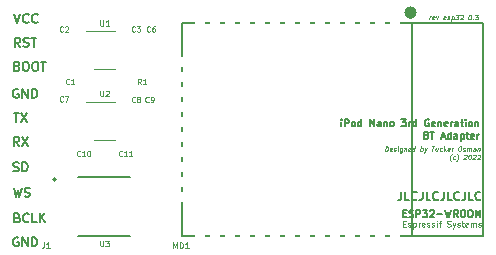
<source format=gbr>
%TF.GenerationSoftware,KiCad,Pcbnew,(5.1.9)-1*%
%TF.CreationDate,2022-04-05T10:11:24-05:00*%
%TF.ProjectId,iPod Bluetooth I2C Bridge,69506f64-2042-46c7-9565-746f6f746820,rev?*%
%TF.SameCoordinates,Original*%
%TF.FileFunction,Legend,Top*%
%TF.FilePolarity,Positive*%
%FSLAX46Y46*%
G04 Gerber Fmt 4.6, Leading zero omitted, Abs format (unit mm)*
G04 Created by KiCad (PCBNEW (5.1.9)-1) date 2022-04-05 10:11:24*
%MOMM*%
%LPD*%
G01*
G04 APERTURE LIST*
%ADD10C,0.190500*%
%ADD11C,0.100000*%
%ADD12C,0.150000*%
%ADD13C,0.500000*%
%ADD14C,0.120000*%
%ADD15C,0.127000*%
%ADD16C,0.200000*%
%ADD17C,0.125000*%
%ADD18C,0.114300*%
%ADD19O,0.900000X2.500000*%
%ADD20O,2.500000X0.900000*%
%ADD21R,6.000000X6.000000*%
%ADD22O,2.100000X1.400000*%
%ADD23R,0.400000X0.600000*%
%ADD24R,0.500000X0.600000*%
%ADD25R,0.600000X0.500000*%
%ADD26R,1.060000X0.650000*%
G04 APERTURE END LIST*
D10*
X36068000Y-30697714D02*
X36322000Y-31459714D01*
X36576000Y-30697714D01*
X37265428Y-31387142D02*
X37229142Y-31423428D01*
X37120285Y-31459714D01*
X37047714Y-31459714D01*
X36938857Y-31423428D01*
X36866285Y-31350857D01*
X36830000Y-31278285D01*
X36793714Y-31133142D01*
X36793714Y-31024285D01*
X36830000Y-30879142D01*
X36866285Y-30806571D01*
X36938857Y-30734000D01*
X37047714Y-30697714D01*
X37120285Y-30697714D01*
X37229142Y-30734000D01*
X37265428Y-30770285D01*
X38027428Y-31387142D02*
X37991142Y-31423428D01*
X37882285Y-31459714D01*
X37809714Y-31459714D01*
X37700857Y-31423428D01*
X37628285Y-31350857D01*
X37592000Y-31278285D01*
X37555714Y-31133142D01*
X37555714Y-31024285D01*
X37592000Y-30879142D01*
X37628285Y-30806571D01*
X37700857Y-30734000D01*
X37809714Y-30697714D01*
X37882285Y-30697714D01*
X37991142Y-30734000D01*
X38027428Y-30770285D01*
X36449000Y-41873714D02*
X36195000Y-41510857D01*
X36013571Y-41873714D02*
X36013571Y-41111714D01*
X36303857Y-41111714D01*
X36376428Y-41148000D01*
X36412714Y-41184285D01*
X36449000Y-41256857D01*
X36449000Y-41365714D01*
X36412714Y-41438285D01*
X36376428Y-41474571D01*
X36303857Y-41510857D01*
X36013571Y-41510857D01*
X36703000Y-41111714D02*
X37211000Y-41873714D01*
X37211000Y-41111714D02*
X36703000Y-41873714D01*
X36376428Y-49657000D02*
X36303857Y-49620714D01*
X36195000Y-49620714D01*
X36086142Y-49657000D01*
X36013571Y-49729571D01*
X35977285Y-49802142D01*
X35941000Y-49947285D01*
X35941000Y-50056142D01*
X35977285Y-50201285D01*
X36013571Y-50273857D01*
X36086142Y-50346428D01*
X36195000Y-50382714D01*
X36267571Y-50382714D01*
X36376428Y-50346428D01*
X36412714Y-50310142D01*
X36412714Y-50056142D01*
X36267571Y-50056142D01*
X36739285Y-50382714D02*
X36739285Y-49620714D01*
X37174714Y-50382714D01*
X37174714Y-49620714D01*
X37537571Y-50382714D02*
X37537571Y-49620714D01*
X37719000Y-49620714D01*
X37827857Y-49657000D01*
X37900428Y-49729571D01*
X37936714Y-49802142D01*
X37973000Y-49947285D01*
X37973000Y-50056142D01*
X37936714Y-50201285D01*
X37900428Y-50273857D01*
X37827857Y-50346428D01*
X37719000Y-50382714D01*
X37537571Y-50382714D01*
X36322000Y-47951571D02*
X36430857Y-47987857D01*
X36467142Y-48024142D01*
X36503428Y-48096714D01*
X36503428Y-48205571D01*
X36467142Y-48278142D01*
X36430857Y-48314428D01*
X36358285Y-48350714D01*
X36068000Y-48350714D01*
X36068000Y-47588714D01*
X36322000Y-47588714D01*
X36394571Y-47625000D01*
X36430857Y-47661285D01*
X36467142Y-47733857D01*
X36467142Y-47806428D01*
X36430857Y-47879000D01*
X36394571Y-47915285D01*
X36322000Y-47951571D01*
X36068000Y-47951571D01*
X37265428Y-48278142D02*
X37229142Y-48314428D01*
X37120285Y-48350714D01*
X37047714Y-48350714D01*
X36938857Y-48314428D01*
X36866285Y-48241857D01*
X36830000Y-48169285D01*
X36793714Y-48024142D01*
X36793714Y-47915285D01*
X36830000Y-47770142D01*
X36866285Y-47697571D01*
X36938857Y-47625000D01*
X37047714Y-47588714D01*
X37120285Y-47588714D01*
X37229142Y-47625000D01*
X37265428Y-47661285D01*
X37954857Y-48350714D02*
X37592000Y-48350714D01*
X37592000Y-47588714D01*
X38208857Y-48350714D02*
X38208857Y-47588714D01*
X38644285Y-48350714D02*
X38317714Y-47915285D01*
X38644285Y-47588714D02*
X38208857Y-48024142D01*
X35995428Y-39079714D02*
X36430857Y-39079714D01*
X36213142Y-39841714D02*
X36213142Y-39079714D01*
X36612285Y-39079714D02*
X37120285Y-39841714D01*
X37120285Y-39079714D02*
X36612285Y-39841714D01*
X35977285Y-43996428D02*
X36086142Y-44032714D01*
X36267571Y-44032714D01*
X36340142Y-43996428D01*
X36376428Y-43960142D01*
X36412714Y-43887571D01*
X36412714Y-43815000D01*
X36376428Y-43742428D01*
X36340142Y-43706142D01*
X36267571Y-43669857D01*
X36122428Y-43633571D01*
X36049857Y-43597285D01*
X36013571Y-43561000D01*
X35977285Y-43488428D01*
X35977285Y-43415857D01*
X36013571Y-43343285D01*
X36049857Y-43307000D01*
X36122428Y-43270714D01*
X36303857Y-43270714D01*
X36412714Y-43307000D01*
X36739285Y-44032714D02*
X36739285Y-43270714D01*
X36920714Y-43270714D01*
X37029571Y-43307000D01*
X37102142Y-43379571D01*
X37138428Y-43452142D01*
X37174714Y-43597285D01*
X37174714Y-43706142D01*
X37138428Y-43851285D01*
X37102142Y-43923857D01*
X37029571Y-43996428D01*
X36920714Y-44032714D01*
X36739285Y-44032714D01*
X36013571Y-45429714D02*
X36195000Y-46191714D01*
X36340142Y-45647428D01*
X36485285Y-46191714D01*
X36666714Y-45429714D01*
X36920714Y-46155428D02*
X37029571Y-46191714D01*
X37211000Y-46191714D01*
X37283571Y-46155428D01*
X37319857Y-46119142D01*
X37356142Y-46046571D01*
X37356142Y-45974000D01*
X37319857Y-45901428D01*
X37283571Y-45865142D01*
X37211000Y-45828857D01*
X37065857Y-45792571D01*
X36993285Y-45756285D01*
X36957000Y-45720000D01*
X36920714Y-45647428D01*
X36920714Y-45574857D01*
X36957000Y-45502285D01*
X36993285Y-45466000D01*
X37065857Y-45429714D01*
X37247285Y-45429714D01*
X37356142Y-45466000D01*
X36539714Y-33491714D02*
X36285714Y-33128857D01*
X36104285Y-33491714D02*
X36104285Y-32729714D01*
X36394571Y-32729714D01*
X36467142Y-32766000D01*
X36503428Y-32802285D01*
X36539714Y-32874857D01*
X36539714Y-32983714D01*
X36503428Y-33056285D01*
X36467142Y-33092571D01*
X36394571Y-33128857D01*
X36104285Y-33128857D01*
X36830000Y-33455428D02*
X36938857Y-33491714D01*
X37120285Y-33491714D01*
X37192857Y-33455428D01*
X37229142Y-33419142D01*
X37265428Y-33346571D01*
X37265428Y-33274000D01*
X37229142Y-33201428D01*
X37192857Y-33165142D01*
X37120285Y-33128857D01*
X36975142Y-33092571D01*
X36902571Y-33056285D01*
X36866285Y-33020000D01*
X36830000Y-32947428D01*
X36830000Y-32874857D01*
X36866285Y-32802285D01*
X36902571Y-32766000D01*
X36975142Y-32729714D01*
X37156571Y-32729714D01*
X37265428Y-32766000D01*
X37483142Y-32729714D02*
X37918571Y-32729714D01*
X37700857Y-33491714D02*
X37700857Y-32729714D01*
X36376428Y-37084000D02*
X36303857Y-37047714D01*
X36195000Y-37047714D01*
X36086142Y-37084000D01*
X36013571Y-37156571D01*
X35977285Y-37229142D01*
X35941000Y-37374285D01*
X35941000Y-37483142D01*
X35977285Y-37628285D01*
X36013571Y-37700857D01*
X36086142Y-37773428D01*
X36195000Y-37809714D01*
X36267571Y-37809714D01*
X36376428Y-37773428D01*
X36412714Y-37737142D01*
X36412714Y-37483142D01*
X36267571Y-37483142D01*
X36739285Y-37809714D02*
X36739285Y-37047714D01*
X37174714Y-37809714D01*
X37174714Y-37047714D01*
X37537571Y-37809714D02*
X37537571Y-37047714D01*
X37719000Y-37047714D01*
X37827857Y-37084000D01*
X37900428Y-37156571D01*
X37936714Y-37229142D01*
X37973000Y-37374285D01*
X37973000Y-37483142D01*
X37936714Y-37628285D01*
X37900428Y-37700857D01*
X37827857Y-37773428D01*
X37719000Y-37809714D01*
X37537571Y-37809714D01*
X36303857Y-35124571D02*
X36412714Y-35160857D01*
X36449000Y-35197142D01*
X36485285Y-35269714D01*
X36485285Y-35378571D01*
X36449000Y-35451142D01*
X36412714Y-35487428D01*
X36340142Y-35523714D01*
X36049857Y-35523714D01*
X36049857Y-34761714D01*
X36303857Y-34761714D01*
X36376428Y-34798000D01*
X36412714Y-34834285D01*
X36449000Y-34906857D01*
X36449000Y-34979428D01*
X36412714Y-35052000D01*
X36376428Y-35088285D01*
X36303857Y-35124571D01*
X36049857Y-35124571D01*
X36957000Y-34761714D02*
X37102142Y-34761714D01*
X37174714Y-34798000D01*
X37247285Y-34870571D01*
X37283571Y-35015714D01*
X37283571Y-35269714D01*
X37247285Y-35414857D01*
X37174714Y-35487428D01*
X37102142Y-35523714D01*
X36957000Y-35523714D01*
X36884428Y-35487428D01*
X36811857Y-35414857D01*
X36775571Y-35269714D01*
X36775571Y-35015714D01*
X36811857Y-34870571D01*
X36884428Y-34798000D01*
X36957000Y-34761714D01*
X37755285Y-34761714D02*
X37900428Y-34761714D01*
X37973000Y-34798000D01*
X38045571Y-34870571D01*
X38081857Y-35015714D01*
X38081857Y-35269714D01*
X38045571Y-35414857D01*
X37973000Y-35487428D01*
X37900428Y-35523714D01*
X37755285Y-35523714D01*
X37682714Y-35487428D01*
X37610142Y-35414857D01*
X37573857Y-35269714D01*
X37573857Y-35015714D01*
X37610142Y-34870571D01*
X37682714Y-34798000D01*
X37755285Y-34761714D01*
X38299571Y-34761714D02*
X38735000Y-34761714D01*
X38517285Y-35523714D02*
X38517285Y-34761714D01*
D11*
X67442292Y-42322152D02*
X67492292Y-41922152D01*
X67587530Y-41922152D01*
X67642292Y-41941200D01*
X67675626Y-41979295D01*
X67689911Y-42017390D01*
X67699435Y-42093580D01*
X67692292Y-42150723D01*
X67663721Y-42226914D01*
X67639911Y-42265009D01*
X67597054Y-42303104D01*
X67537530Y-42322152D01*
X67442292Y-42322152D01*
X67997054Y-42303104D02*
X67956578Y-42322152D01*
X67880388Y-42322152D01*
X67844673Y-42303104D01*
X67830388Y-42265009D01*
X67849435Y-42112628D01*
X67873245Y-42074533D01*
X67913721Y-42055485D01*
X67989911Y-42055485D01*
X68025626Y-42074533D01*
X68039911Y-42112628D01*
X68035150Y-42150723D01*
X67839911Y-42188819D01*
X68168483Y-42303104D02*
X68204197Y-42322152D01*
X68280388Y-42322152D01*
X68320864Y-42303104D01*
X68344673Y-42265009D01*
X68347054Y-42245961D01*
X68332769Y-42207866D01*
X68297054Y-42188819D01*
X68239911Y-42188819D01*
X68204197Y-42169771D01*
X68189911Y-42131676D01*
X68192292Y-42112628D01*
X68216102Y-42074533D01*
X68256578Y-42055485D01*
X68313721Y-42055485D01*
X68349435Y-42074533D01*
X68508959Y-42322152D02*
X68542292Y-42055485D01*
X68558959Y-41922152D02*
X68537530Y-41941200D01*
X68554197Y-41960247D01*
X68575626Y-41941200D01*
X68558959Y-41922152D01*
X68554197Y-41960247D01*
X68904197Y-42055485D02*
X68863721Y-42379295D01*
X68839911Y-42417390D01*
X68818483Y-42436438D01*
X68778007Y-42455485D01*
X68720864Y-42455485D01*
X68685150Y-42436438D01*
X68873245Y-42303104D02*
X68832769Y-42322152D01*
X68756578Y-42322152D01*
X68720864Y-42303104D01*
X68704197Y-42284057D01*
X68689911Y-42245961D01*
X68704197Y-42131676D01*
X68728007Y-42093580D01*
X68749435Y-42074533D01*
X68789911Y-42055485D01*
X68866102Y-42055485D01*
X68901816Y-42074533D01*
X69094673Y-42055485D02*
X69061340Y-42322152D01*
X69089911Y-42093580D02*
X69111340Y-42074533D01*
X69151816Y-42055485D01*
X69208959Y-42055485D01*
X69244673Y-42074533D01*
X69258959Y-42112628D01*
X69232769Y-42322152D01*
X69578007Y-42303104D02*
X69537530Y-42322152D01*
X69461340Y-42322152D01*
X69425626Y-42303104D01*
X69411340Y-42265009D01*
X69430388Y-42112628D01*
X69454197Y-42074533D01*
X69494673Y-42055485D01*
X69570864Y-42055485D01*
X69606578Y-42074533D01*
X69620864Y-42112628D01*
X69616102Y-42150723D01*
X69420864Y-42188819D01*
X69937530Y-42322152D02*
X69987530Y-41922152D01*
X69939911Y-42303104D02*
X69899435Y-42322152D01*
X69823245Y-42322152D01*
X69787530Y-42303104D01*
X69770864Y-42284057D01*
X69756578Y-42245961D01*
X69770864Y-42131676D01*
X69794673Y-42093580D01*
X69816102Y-42074533D01*
X69856578Y-42055485D01*
X69932769Y-42055485D01*
X69968483Y-42074533D01*
X70432769Y-42322152D02*
X70482769Y-41922152D01*
X70463721Y-42074533D02*
X70504197Y-42055485D01*
X70580388Y-42055485D01*
X70616102Y-42074533D01*
X70632769Y-42093580D01*
X70647054Y-42131676D01*
X70632769Y-42245961D01*
X70608959Y-42284057D01*
X70587530Y-42303104D01*
X70547054Y-42322152D01*
X70470864Y-42322152D01*
X70435150Y-42303104D01*
X70789911Y-42055485D02*
X70851816Y-42322152D01*
X70980388Y-42055485D02*
X70851816Y-42322152D01*
X70801816Y-42417390D01*
X70780388Y-42436438D01*
X70739911Y-42455485D01*
X71397054Y-41922152D02*
X71625626Y-41922152D01*
X71461340Y-42322152D02*
X71511340Y-41922152D01*
X71913721Y-42055485D02*
X71880388Y-42322152D01*
X71742292Y-42055485D02*
X71716102Y-42265009D01*
X71730388Y-42303104D01*
X71766102Y-42322152D01*
X71823245Y-42322152D01*
X71863721Y-42303104D01*
X71885150Y-42284057D01*
X72244673Y-42303104D02*
X72204197Y-42322152D01*
X72128007Y-42322152D01*
X72092292Y-42303104D01*
X72075626Y-42284057D01*
X72061340Y-42245961D01*
X72075626Y-42131676D01*
X72099435Y-42093580D01*
X72120864Y-42074533D01*
X72161340Y-42055485D01*
X72237530Y-42055485D01*
X72273245Y-42074533D01*
X72413721Y-42322152D02*
X72463721Y-41922152D01*
X72470864Y-42169771D02*
X72566102Y-42322152D01*
X72599435Y-42055485D02*
X72428007Y-42207866D01*
X72892292Y-42303104D02*
X72851816Y-42322152D01*
X72775626Y-42322152D01*
X72739911Y-42303104D01*
X72725626Y-42265009D01*
X72744673Y-42112628D01*
X72768483Y-42074533D01*
X72808959Y-42055485D01*
X72885150Y-42055485D01*
X72920864Y-42074533D01*
X72935150Y-42112628D01*
X72930388Y-42150723D01*
X72735150Y-42188819D01*
X73080388Y-42322152D02*
X73113721Y-42055485D01*
X73104197Y-42131676D02*
X73128007Y-42093580D01*
X73149435Y-42074533D01*
X73189911Y-42055485D01*
X73228007Y-42055485D01*
X73758959Y-41922152D02*
X73835150Y-41922152D01*
X73870864Y-41941200D01*
X73904197Y-41979295D01*
X73913721Y-42055485D01*
X73897054Y-42188819D01*
X73868483Y-42265009D01*
X73825626Y-42303104D01*
X73785150Y-42322152D01*
X73708959Y-42322152D01*
X73673245Y-42303104D01*
X73639911Y-42265009D01*
X73630388Y-42188819D01*
X73647054Y-42055485D01*
X73675626Y-41979295D01*
X73718483Y-41941200D01*
X73758959Y-41922152D01*
X74035150Y-42303104D02*
X74070864Y-42322152D01*
X74147054Y-42322152D01*
X74187530Y-42303104D01*
X74211340Y-42265009D01*
X74213721Y-42245961D01*
X74199435Y-42207866D01*
X74163721Y-42188819D01*
X74106578Y-42188819D01*
X74070864Y-42169771D01*
X74056578Y-42131676D01*
X74058959Y-42112628D01*
X74082769Y-42074533D01*
X74123245Y-42055485D01*
X74180388Y-42055485D01*
X74216102Y-42074533D01*
X74375626Y-42322152D02*
X74408959Y-42055485D01*
X74404197Y-42093580D02*
X74425626Y-42074533D01*
X74466102Y-42055485D01*
X74523245Y-42055485D01*
X74558959Y-42074533D01*
X74573245Y-42112628D01*
X74547054Y-42322152D01*
X74573245Y-42112628D02*
X74597054Y-42074533D01*
X74637530Y-42055485D01*
X74694673Y-42055485D01*
X74730388Y-42074533D01*
X74744673Y-42112628D01*
X74718483Y-42322152D01*
X75080388Y-42322152D02*
X75106578Y-42112628D01*
X75092292Y-42074533D01*
X75056578Y-42055485D01*
X74980388Y-42055485D01*
X74939911Y-42074533D01*
X75082769Y-42303104D02*
X75042292Y-42322152D01*
X74947054Y-42322152D01*
X74911340Y-42303104D01*
X74897054Y-42265009D01*
X74901816Y-42226914D01*
X74925626Y-42188819D01*
X74966102Y-42169771D01*
X75061340Y-42169771D01*
X75101816Y-42150723D01*
X75304197Y-42055485D02*
X75270864Y-42322152D01*
X75299435Y-42093580D02*
X75320864Y-42074533D01*
X75361340Y-42055485D01*
X75418483Y-42055485D01*
X75454197Y-42074533D01*
X75468483Y-42112628D01*
X75442292Y-42322152D01*
X73023245Y-43174533D02*
X73006578Y-43155485D01*
X72975626Y-43098342D01*
X72961340Y-43060247D01*
X72949435Y-43003104D01*
X72942292Y-42907866D01*
X72951816Y-42831676D01*
X72982769Y-42736438D01*
X73008959Y-42679295D01*
X73032769Y-42641200D01*
X73078007Y-42584057D01*
X73099435Y-42565009D01*
X73368483Y-43003104D02*
X73328007Y-43022152D01*
X73251816Y-43022152D01*
X73216102Y-43003104D01*
X73199435Y-42984057D01*
X73185150Y-42945961D01*
X73199435Y-42831676D01*
X73223245Y-42793580D01*
X73244673Y-42774533D01*
X73285150Y-42755485D01*
X73361340Y-42755485D01*
X73397054Y-42774533D01*
X73480388Y-43174533D02*
X73501816Y-43155485D01*
X73547054Y-43098342D01*
X73570864Y-43060247D01*
X73597054Y-43003104D01*
X73628007Y-42907866D01*
X73637530Y-42831676D01*
X73630388Y-42736438D01*
X73618483Y-42679295D01*
X73604197Y-42641200D01*
X73573245Y-42584057D01*
X73556578Y-42565009D01*
X74135150Y-42660247D02*
X74156578Y-42641200D01*
X74197054Y-42622152D01*
X74292292Y-42622152D01*
X74328007Y-42641200D01*
X74344673Y-42660247D01*
X74358959Y-42698342D01*
X74354197Y-42736438D01*
X74328007Y-42793580D01*
X74070864Y-43022152D01*
X74318483Y-43022152D01*
X74616102Y-42622152D02*
X74654197Y-42622152D01*
X74689911Y-42641200D01*
X74706578Y-42660247D01*
X74720864Y-42698342D01*
X74730388Y-42774533D01*
X74718483Y-42869771D01*
X74689911Y-42945961D01*
X74666102Y-42984057D01*
X74644673Y-43003104D01*
X74604197Y-43022152D01*
X74566102Y-43022152D01*
X74530388Y-43003104D01*
X74513721Y-42984057D01*
X74499435Y-42945961D01*
X74489911Y-42869771D01*
X74501816Y-42774533D01*
X74530388Y-42698342D01*
X74554197Y-42660247D01*
X74575626Y-42641200D01*
X74616102Y-42622152D01*
X74897054Y-42660247D02*
X74918483Y-42641200D01*
X74958959Y-42622152D01*
X75054197Y-42622152D01*
X75089911Y-42641200D01*
X75106578Y-42660247D01*
X75120864Y-42698342D01*
X75116102Y-42736438D01*
X75089911Y-42793580D01*
X74832769Y-43022152D01*
X75080388Y-43022152D01*
X75278007Y-42660247D02*
X75299435Y-42641200D01*
X75339911Y-42622152D01*
X75435150Y-42622152D01*
X75470864Y-42641200D01*
X75487530Y-42660247D01*
X75501816Y-42698342D01*
X75497054Y-42736438D01*
X75470864Y-42793580D01*
X75213721Y-43022152D01*
X75461340Y-43022152D01*
X71193750Y-31180952D02*
X71227083Y-30914285D01*
X71217559Y-30990476D02*
X71241369Y-30952380D01*
X71262797Y-30933333D01*
X71303273Y-30914285D01*
X71341369Y-30914285D01*
X71596130Y-31161904D02*
X71555654Y-31180952D01*
X71479464Y-31180952D01*
X71443750Y-31161904D01*
X71429464Y-31123809D01*
X71448511Y-30971428D01*
X71472321Y-30933333D01*
X71512797Y-30914285D01*
X71588988Y-30914285D01*
X71624702Y-30933333D01*
X71638988Y-30971428D01*
X71634226Y-31009523D01*
X71438988Y-31047619D01*
X71779464Y-30914285D02*
X71841369Y-31180952D01*
X71969940Y-30914285D01*
X72548511Y-31161904D02*
X72508035Y-31180952D01*
X72431845Y-31180952D01*
X72396130Y-31161904D01*
X72381845Y-31123809D01*
X72400892Y-30971428D01*
X72424702Y-30933333D01*
X72465178Y-30914285D01*
X72541369Y-30914285D01*
X72577083Y-30933333D01*
X72591369Y-30971428D01*
X72586607Y-31009523D01*
X72391369Y-31047619D01*
X72719940Y-31161904D02*
X72755654Y-31180952D01*
X72831845Y-31180952D01*
X72872321Y-31161904D01*
X72896130Y-31123809D01*
X72898511Y-31104761D01*
X72884226Y-31066666D01*
X72848511Y-31047619D01*
X72791369Y-31047619D01*
X72755654Y-31028571D01*
X72741369Y-30990476D01*
X72743750Y-30971428D01*
X72767559Y-30933333D01*
X72808035Y-30914285D01*
X72865178Y-30914285D01*
X72900892Y-30933333D01*
X73093750Y-30914285D02*
X73043750Y-31314285D01*
X73091369Y-30933333D02*
X73131845Y-30914285D01*
X73208035Y-30914285D01*
X73243750Y-30933333D01*
X73260416Y-30952380D01*
X73274702Y-30990476D01*
X73260416Y-31104761D01*
X73236607Y-31142857D01*
X73215178Y-31161904D01*
X73174702Y-31180952D01*
X73098511Y-31180952D01*
X73062797Y-31161904D01*
X73434226Y-30780952D02*
X73681845Y-30780952D01*
X73529464Y-30933333D01*
X73586607Y-30933333D01*
X73622321Y-30952380D01*
X73638988Y-30971428D01*
X73653273Y-31009523D01*
X73641369Y-31104761D01*
X73617559Y-31142857D01*
X73596130Y-31161904D01*
X73555654Y-31180952D01*
X73441369Y-31180952D01*
X73405654Y-31161904D01*
X73388988Y-31142857D01*
X73829464Y-30819047D02*
X73850892Y-30800000D01*
X73891369Y-30780952D01*
X73986607Y-30780952D01*
X74022321Y-30800000D01*
X74038988Y-30819047D01*
X74053273Y-30857142D01*
X74048511Y-30895238D01*
X74022321Y-30952380D01*
X73765178Y-31180952D01*
X74012797Y-31180952D01*
X74615178Y-30780952D02*
X74653273Y-30780952D01*
X74688988Y-30800000D01*
X74705654Y-30819047D01*
X74719940Y-30857142D01*
X74729464Y-30933333D01*
X74717559Y-31028571D01*
X74688988Y-31104761D01*
X74665178Y-31142857D01*
X74643750Y-31161904D01*
X74603273Y-31180952D01*
X74565178Y-31180952D01*
X74529464Y-31161904D01*
X74512797Y-31142857D01*
X74498511Y-31104761D01*
X74488988Y-31028571D01*
X74500892Y-30933333D01*
X74529464Y-30857142D01*
X74553273Y-30819047D01*
X74574702Y-30800000D01*
X74615178Y-30780952D01*
X74874702Y-31142857D02*
X74891369Y-31161904D01*
X74869940Y-31180952D01*
X74853273Y-31161904D01*
X74874702Y-31142857D01*
X74869940Y-31180952D01*
X75072321Y-30780952D02*
X75319940Y-30780952D01*
X75167559Y-30933333D01*
X75224702Y-30933333D01*
X75260416Y-30952380D01*
X75277083Y-30971428D01*
X75291369Y-31009523D01*
X75279464Y-31104761D01*
X75255654Y-31142857D01*
X75234226Y-31161904D01*
X75193750Y-31180952D01*
X75079464Y-31180952D01*
X75043750Y-31161904D01*
X75027083Y-31142857D01*
D12*
X68825566Y-45759666D02*
X68825566Y-46259666D01*
X68792233Y-46359666D01*
X68725566Y-46426333D01*
X68625566Y-46459666D01*
X68558900Y-46459666D01*
X69492233Y-46459666D02*
X69158900Y-46459666D01*
X69158900Y-45759666D01*
X70125566Y-46393000D02*
X70092233Y-46426333D01*
X69992233Y-46459666D01*
X69925566Y-46459666D01*
X69825566Y-46426333D01*
X69758900Y-46359666D01*
X69725566Y-46293000D01*
X69692233Y-46159666D01*
X69692233Y-46059666D01*
X69725566Y-45926333D01*
X69758900Y-45859666D01*
X69825566Y-45793000D01*
X69925566Y-45759666D01*
X69992233Y-45759666D01*
X70092233Y-45793000D01*
X70125566Y-45826333D01*
X70625566Y-45759666D02*
X70625566Y-46259666D01*
X70592233Y-46359666D01*
X70525566Y-46426333D01*
X70425566Y-46459666D01*
X70358900Y-46459666D01*
X71292233Y-46459666D02*
X70958900Y-46459666D01*
X70958900Y-45759666D01*
X71925566Y-46393000D02*
X71892233Y-46426333D01*
X71792233Y-46459666D01*
X71725566Y-46459666D01*
X71625566Y-46426333D01*
X71558900Y-46359666D01*
X71525566Y-46293000D01*
X71492233Y-46159666D01*
X71492233Y-46059666D01*
X71525566Y-45926333D01*
X71558900Y-45859666D01*
X71625566Y-45793000D01*
X71725566Y-45759666D01*
X71792233Y-45759666D01*
X71892233Y-45793000D01*
X71925566Y-45826333D01*
X72425566Y-45759666D02*
X72425566Y-46259666D01*
X72392233Y-46359666D01*
X72325566Y-46426333D01*
X72225566Y-46459666D01*
X72158900Y-46459666D01*
X73092233Y-46459666D02*
X72758900Y-46459666D01*
X72758900Y-45759666D01*
X73725566Y-46393000D02*
X73692233Y-46426333D01*
X73592233Y-46459666D01*
X73525566Y-46459666D01*
X73425566Y-46426333D01*
X73358900Y-46359666D01*
X73325566Y-46293000D01*
X73292233Y-46159666D01*
X73292233Y-46059666D01*
X73325566Y-45926333D01*
X73358900Y-45859666D01*
X73425566Y-45793000D01*
X73525566Y-45759666D01*
X73592233Y-45759666D01*
X73692233Y-45793000D01*
X73725566Y-45826333D01*
X74225566Y-45759666D02*
X74225566Y-46259666D01*
X74192233Y-46359666D01*
X74125566Y-46426333D01*
X74025566Y-46459666D01*
X73958900Y-46459666D01*
X74892233Y-46459666D02*
X74558900Y-46459666D01*
X74558900Y-45759666D01*
X75525566Y-46393000D02*
X75492233Y-46426333D01*
X75392233Y-46459666D01*
X75325566Y-46459666D01*
X75225566Y-46426333D01*
X75158900Y-46359666D01*
X75125566Y-46293000D01*
X75092233Y-46159666D01*
X75092233Y-46059666D01*
X75125566Y-45926333D01*
X75158900Y-45859666D01*
X75225566Y-45793000D01*
X75325566Y-45759666D01*
X75392233Y-45759666D01*
X75492233Y-45793000D01*
X75525566Y-45826333D01*
X63751042Y-40237628D02*
X63751042Y-39837628D01*
X63751042Y-39637628D02*
X63722471Y-39666200D01*
X63751042Y-39694771D01*
X63779614Y-39666200D01*
X63751042Y-39637628D01*
X63751042Y-39694771D01*
X64036757Y-40237628D02*
X64036757Y-39637628D01*
X64265328Y-39637628D01*
X64322471Y-39666200D01*
X64351042Y-39694771D01*
X64379614Y-39751914D01*
X64379614Y-39837628D01*
X64351042Y-39894771D01*
X64322471Y-39923342D01*
X64265328Y-39951914D01*
X64036757Y-39951914D01*
X64722471Y-40237628D02*
X64665328Y-40209057D01*
X64636757Y-40180485D01*
X64608185Y-40123342D01*
X64608185Y-39951914D01*
X64636757Y-39894771D01*
X64665328Y-39866200D01*
X64722471Y-39837628D01*
X64808185Y-39837628D01*
X64865328Y-39866200D01*
X64893899Y-39894771D01*
X64922471Y-39951914D01*
X64922471Y-40123342D01*
X64893899Y-40180485D01*
X64865328Y-40209057D01*
X64808185Y-40237628D01*
X64722471Y-40237628D01*
X65436757Y-40237628D02*
X65436757Y-39637628D01*
X65436757Y-40209057D02*
X65379614Y-40237628D01*
X65265328Y-40237628D01*
X65208185Y-40209057D01*
X65179614Y-40180485D01*
X65151042Y-40123342D01*
X65151042Y-39951914D01*
X65179614Y-39894771D01*
X65208185Y-39866200D01*
X65265328Y-39837628D01*
X65379614Y-39837628D01*
X65436757Y-39866200D01*
X66179614Y-40237628D02*
X66179614Y-39637628D01*
X66522471Y-40237628D01*
X66522471Y-39637628D01*
X67065328Y-40237628D02*
X67065328Y-39923342D01*
X67036757Y-39866200D01*
X66979614Y-39837628D01*
X66865328Y-39837628D01*
X66808185Y-39866200D01*
X67065328Y-40209057D02*
X67008185Y-40237628D01*
X66865328Y-40237628D01*
X66808185Y-40209057D01*
X66779614Y-40151914D01*
X66779614Y-40094771D01*
X66808185Y-40037628D01*
X66865328Y-40009057D01*
X67008185Y-40009057D01*
X67065328Y-39980485D01*
X67351042Y-39837628D02*
X67351042Y-40237628D01*
X67351042Y-39894771D02*
X67379614Y-39866200D01*
X67436757Y-39837628D01*
X67522471Y-39837628D01*
X67579614Y-39866200D01*
X67608185Y-39923342D01*
X67608185Y-40237628D01*
X67979614Y-40237628D02*
X67922471Y-40209057D01*
X67893900Y-40180485D01*
X67865328Y-40123342D01*
X67865328Y-39951914D01*
X67893900Y-39894771D01*
X67922471Y-39866200D01*
X67979614Y-39837628D01*
X68065328Y-39837628D01*
X68122471Y-39866200D01*
X68151042Y-39894771D01*
X68179614Y-39951914D01*
X68179614Y-40123342D01*
X68151042Y-40180485D01*
X68122471Y-40209057D01*
X68065328Y-40237628D01*
X67979614Y-40237628D01*
X68836757Y-39637628D02*
X69208185Y-39637628D01*
X69008185Y-39866200D01*
X69093900Y-39866200D01*
X69151042Y-39894771D01*
X69179614Y-39923342D01*
X69208185Y-39980485D01*
X69208185Y-40123342D01*
X69179614Y-40180485D01*
X69151042Y-40209057D01*
X69093900Y-40237628D01*
X68922471Y-40237628D01*
X68865328Y-40209057D01*
X68836757Y-40180485D01*
X69465328Y-40237628D02*
X69465328Y-39837628D01*
X69465328Y-39951914D02*
X69493900Y-39894771D01*
X69522471Y-39866200D01*
X69579614Y-39837628D01*
X69636757Y-39837628D01*
X70093900Y-40237628D02*
X70093900Y-39637628D01*
X70093900Y-40209057D02*
X70036757Y-40237628D01*
X69922471Y-40237628D01*
X69865328Y-40209057D01*
X69836757Y-40180485D01*
X69808185Y-40123342D01*
X69808185Y-39951914D01*
X69836757Y-39894771D01*
X69865328Y-39866200D01*
X69922471Y-39837628D01*
X70036757Y-39837628D01*
X70093900Y-39866200D01*
X71151042Y-39666200D02*
X71093900Y-39637628D01*
X71008185Y-39637628D01*
X70922471Y-39666200D01*
X70865328Y-39723342D01*
X70836757Y-39780485D01*
X70808185Y-39894771D01*
X70808185Y-39980485D01*
X70836757Y-40094771D01*
X70865328Y-40151914D01*
X70922471Y-40209057D01*
X71008185Y-40237628D01*
X71065328Y-40237628D01*
X71151042Y-40209057D01*
X71179614Y-40180485D01*
X71179614Y-39980485D01*
X71065328Y-39980485D01*
X71665328Y-40209057D02*
X71608185Y-40237628D01*
X71493900Y-40237628D01*
X71436757Y-40209057D01*
X71408185Y-40151914D01*
X71408185Y-39923342D01*
X71436757Y-39866200D01*
X71493900Y-39837628D01*
X71608185Y-39837628D01*
X71665328Y-39866200D01*
X71693900Y-39923342D01*
X71693900Y-39980485D01*
X71408185Y-40037628D01*
X71951042Y-39837628D02*
X71951042Y-40237628D01*
X71951042Y-39894771D02*
X71979614Y-39866200D01*
X72036757Y-39837628D01*
X72122471Y-39837628D01*
X72179614Y-39866200D01*
X72208185Y-39923342D01*
X72208185Y-40237628D01*
X72722471Y-40209057D02*
X72665328Y-40237628D01*
X72551042Y-40237628D01*
X72493900Y-40209057D01*
X72465328Y-40151914D01*
X72465328Y-39923342D01*
X72493900Y-39866200D01*
X72551042Y-39837628D01*
X72665328Y-39837628D01*
X72722471Y-39866200D01*
X72751042Y-39923342D01*
X72751042Y-39980485D01*
X72465328Y-40037628D01*
X73008185Y-40237628D02*
X73008185Y-39837628D01*
X73008185Y-39951914D02*
X73036757Y-39894771D01*
X73065328Y-39866200D01*
X73122471Y-39837628D01*
X73179614Y-39837628D01*
X73636757Y-40237628D02*
X73636757Y-39923342D01*
X73608185Y-39866200D01*
X73551042Y-39837628D01*
X73436757Y-39837628D01*
X73379614Y-39866200D01*
X73636757Y-40209057D02*
X73579614Y-40237628D01*
X73436757Y-40237628D01*
X73379614Y-40209057D01*
X73351042Y-40151914D01*
X73351042Y-40094771D01*
X73379614Y-40037628D01*
X73436757Y-40009057D01*
X73579614Y-40009057D01*
X73636757Y-39980485D01*
X73836757Y-39837628D02*
X74065328Y-39837628D01*
X73922471Y-39637628D02*
X73922471Y-40151914D01*
X73951042Y-40209057D01*
X74008185Y-40237628D01*
X74065328Y-40237628D01*
X74265328Y-40237628D02*
X74265328Y-39837628D01*
X74265328Y-39637628D02*
X74236757Y-39666200D01*
X74265328Y-39694771D01*
X74293900Y-39666200D01*
X74265328Y-39637628D01*
X74265328Y-39694771D01*
X74636757Y-40237628D02*
X74579614Y-40209057D01*
X74551042Y-40180485D01*
X74522471Y-40123342D01*
X74522471Y-39951914D01*
X74551042Y-39894771D01*
X74579614Y-39866200D01*
X74636757Y-39837628D01*
X74722471Y-39837628D01*
X74779614Y-39866200D01*
X74808185Y-39894771D01*
X74836757Y-39951914D01*
X74836757Y-40123342D01*
X74808185Y-40180485D01*
X74779614Y-40209057D01*
X74722471Y-40237628D01*
X74636757Y-40237628D01*
X75093900Y-39837628D02*
X75093900Y-40237628D01*
X75093900Y-39894771D02*
X75122471Y-39866200D01*
X75179614Y-39837628D01*
X75265328Y-39837628D01*
X75322471Y-39866200D01*
X75351042Y-39923342D01*
X75351042Y-40237628D01*
X70951042Y-40973342D02*
X71036757Y-41001914D01*
X71065328Y-41030485D01*
X71093900Y-41087628D01*
X71093900Y-41173342D01*
X71065328Y-41230485D01*
X71036757Y-41259057D01*
X70979614Y-41287628D01*
X70751042Y-41287628D01*
X70751042Y-40687628D01*
X70951042Y-40687628D01*
X71008185Y-40716200D01*
X71036757Y-40744771D01*
X71065328Y-40801914D01*
X71065328Y-40859057D01*
X71036757Y-40916200D01*
X71008185Y-40944771D01*
X70951042Y-40973342D01*
X70751042Y-40973342D01*
X71265328Y-40687628D02*
X71608185Y-40687628D01*
X71436757Y-41287628D02*
X71436757Y-40687628D01*
X72236757Y-41116200D02*
X72522471Y-41116200D01*
X72179614Y-41287628D02*
X72379614Y-40687628D01*
X72579614Y-41287628D01*
X73036757Y-41287628D02*
X73036757Y-40687628D01*
X73036757Y-41259057D02*
X72979614Y-41287628D01*
X72865328Y-41287628D01*
X72808185Y-41259057D01*
X72779614Y-41230485D01*
X72751042Y-41173342D01*
X72751042Y-41001914D01*
X72779614Y-40944771D01*
X72808185Y-40916200D01*
X72865328Y-40887628D01*
X72979614Y-40887628D01*
X73036757Y-40916200D01*
X73579614Y-41287628D02*
X73579614Y-40973342D01*
X73551042Y-40916200D01*
X73493900Y-40887628D01*
X73379614Y-40887628D01*
X73322471Y-40916200D01*
X73579614Y-41259057D02*
X73522471Y-41287628D01*
X73379614Y-41287628D01*
X73322471Y-41259057D01*
X73293900Y-41201914D01*
X73293900Y-41144771D01*
X73322471Y-41087628D01*
X73379614Y-41059057D01*
X73522471Y-41059057D01*
X73579614Y-41030485D01*
X73865328Y-40887628D02*
X73865328Y-41487628D01*
X73865328Y-40916200D02*
X73922471Y-40887628D01*
X74036757Y-40887628D01*
X74093900Y-40916200D01*
X74122471Y-40944771D01*
X74151042Y-41001914D01*
X74151042Y-41173342D01*
X74122471Y-41230485D01*
X74093900Y-41259057D01*
X74036757Y-41287628D01*
X73922471Y-41287628D01*
X73865328Y-41259057D01*
X74322471Y-40887628D02*
X74551042Y-40887628D01*
X74408185Y-40687628D02*
X74408185Y-41201914D01*
X74436757Y-41259057D01*
X74493900Y-41287628D01*
X74551042Y-41287628D01*
X74979614Y-41259057D02*
X74922471Y-41287628D01*
X74808185Y-41287628D01*
X74751042Y-41259057D01*
X74722471Y-41201914D01*
X74722471Y-40973342D01*
X74751042Y-40916200D01*
X74808185Y-40887628D01*
X74922471Y-40887628D01*
X74979614Y-40916200D01*
X75008185Y-40973342D01*
X75008185Y-41030485D01*
X74722471Y-41087628D01*
X75265328Y-41287628D02*
X75265328Y-40887628D01*
X75265328Y-41001914D02*
X75293900Y-40944771D01*
X75322471Y-40916200D01*
X75379614Y-40887628D01*
X75436757Y-40887628D01*
%TO.C,MD1*%
X75750000Y-49500000D02*
X75750000Y-31500000D01*
X50250000Y-49500000D02*
X50250000Y-31500000D01*
X75750000Y-49500000D02*
X50250000Y-49500000D01*
X75750000Y-31500000D02*
X50250000Y-31500000D01*
X69750000Y-49500000D02*
X69750000Y-31500000D01*
D13*
X69887981Y-30594000D02*
G75*
G03*
X69887981Y-30594000I-283981J0D01*
G01*
D14*
%TO.C,U1*%
X44588000Y-32172000D02*
X42138000Y-32172000D01*
X42788000Y-35392000D02*
X44588000Y-35392000D01*
%TO.C,U2*%
X42788000Y-41361000D02*
X44588000Y-41361000D01*
X44588000Y-38141000D02*
X42138000Y-38141000D01*
D15*
%TO.C,U3*%
X41488000Y-49490000D02*
X45888000Y-49490000D01*
X41488000Y-44490000D02*
X45888000Y-44490000D01*
D16*
X39548000Y-44730000D02*
G75*
G03*
X39548000Y-44730000I-100000J0D01*
G01*
%TO.C,MD1*%
D17*
X49484838Y-50543590D02*
X49484838Y-50043590D01*
X49651504Y-50400733D01*
X49818171Y-50043590D01*
X49818171Y-50543590D01*
X50056266Y-50543590D02*
X50056266Y-50043590D01*
X50175314Y-50043590D01*
X50246742Y-50067400D01*
X50294361Y-50115019D01*
X50318171Y-50162638D01*
X50341980Y-50257876D01*
X50341980Y-50329304D01*
X50318171Y-50424542D01*
X50294361Y-50472161D01*
X50246742Y-50519780D01*
X50175314Y-50543590D01*
X50056266Y-50543590D01*
X50818171Y-50543590D02*
X50532457Y-50543590D01*
X50675314Y-50543590D02*
X50675314Y-50043590D01*
X50627695Y-50115019D01*
X50580076Y-50162638D01*
X50532457Y-50186447D01*
X68970685Y-48465285D02*
X69137352Y-48465285D01*
X69208780Y-48727190D02*
X68970685Y-48727190D01*
X68970685Y-48227190D01*
X69208780Y-48227190D01*
X69399257Y-48703380D02*
X69446876Y-48727190D01*
X69542114Y-48727190D01*
X69589733Y-48703380D01*
X69613542Y-48655761D01*
X69613542Y-48631952D01*
X69589733Y-48584333D01*
X69542114Y-48560523D01*
X69470685Y-48560523D01*
X69423066Y-48536714D01*
X69399257Y-48489095D01*
X69399257Y-48465285D01*
X69423066Y-48417666D01*
X69470685Y-48393857D01*
X69542114Y-48393857D01*
X69589733Y-48417666D01*
X69827828Y-48393857D02*
X69827828Y-48893857D01*
X69827828Y-48417666D02*
X69875447Y-48393857D01*
X69970685Y-48393857D01*
X70018304Y-48417666D01*
X70042114Y-48441476D01*
X70065923Y-48489095D01*
X70065923Y-48631952D01*
X70042114Y-48679571D01*
X70018304Y-48703380D01*
X69970685Y-48727190D01*
X69875447Y-48727190D01*
X69827828Y-48703380D01*
X70280209Y-48727190D02*
X70280209Y-48393857D01*
X70280209Y-48489095D02*
X70304019Y-48441476D01*
X70327828Y-48417666D01*
X70375447Y-48393857D01*
X70423066Y-48393857D01*
X70780209Y-48703380D02*
X70732590Y-48727190D01*
X70637352Y-48727190D01*
X70589733Y-48703380D01*
X70565923Y-48655761D01*
X70565923Y-48465285D01*
X70589733Y-48417666D01*
X70637352Y-48393857D01*
X70732590Y-48393857D01*
X70780209Y-48417666D01*
X70804019Y-48465285D01*
X70804019Y-48512904D01*
X70565923Y-48560523D01*
X70994495Y-48703380D02*
X71042114Y-48727190D01*
X71137352Y-48727190D01*
X71184971Y-48703380D01*
X71208780Y-48655761D01*
X71208780Y-48631952D01*
X71184971Y-48584333D01*
X71137352Y-48560523D01*
X71065923Y-48560523D01*
X71018304Y-48536714D01*
X70994495Y-48489095D01*
X70994495Y-48465285D01*
X71018304Y-48417666D01*
X71065923Y-48393857D01*
X71137352Y-48393857D01*
X71184971Y-48417666D01*
X71399257Y-48703380D02*
X71446876Y-48727190D01*
X71542114Y-48727190D01*
X71589733Y-48703380D01*
X71613542Y-48655761D01*
X71613542Y-48631952D01*
X71589733Y-48584333D01*
X71542114Y-48560523D01*
X71470685Y-48560523D01*
X71423066Y-48536714D01*
X71399257Y-48489095D01*
X71399257Y-48465285D01*
X71423066Y-48417666D01*
X71470685Y-48393857D01*
X71542114Y-48393857D01*
X71589733Y-48417666D01*
X71827828Y-48727190D02*
X71827828Y-48393857D01*
X71827828Y-48227190D02*
X71804019Y-48251000D01*
X71827828Y-48274809D01*
X71851638Y-48251000D01*
X71827828Y-48227190D01*
X71827828Y-48274809D01*
X71994495Y-48393857D02*
X72184971Y-48393857D01*
X72065923Y-48727190D02*
X72065923Y-48298619D01*
X72089733Y-48251000D01*
X72137352Y-48227190D01*
X72184971Y-48227190D01*
X72708780Y-48703380D02*
X72780209Y-48727190D01*
X72899257Y-48727190D01*
X72946876Y-48703380D01*
X72970685Y-48679571D01*
X72994495Y-48631952D01*
X72994495Y-48584333D01*
X72970685Y-48536714D01*
X72946876Y-48512904D01*
X72899257Y-48489095D01*
X72804019Y-48465285D01*
X72756400Y-48441476D01*
X72732590Y-48417666D01*
X72708780Y-48370047D01*
X72708780Y-48322428D01*
X72732590Y-48274809D01*
X72756400Y-48251000D01*
X72804019Y-48227190D01*
X72923066Y-48227190D01*
X72994495Y-48251000D01*
X73161161Y-48393857D02*
X73280209Y-48727190D01*
X73399257Y-48393857D02*
X73280209Y-48727190D01*
X73232590Y-48846238D01*
X73208780Y-48870047D01*
X73161161Y-48893857D01*
X73565923Y-48703380D02*
X73613542Y-48727190D01*
X73708780Y-48727190D01*
X73756400Y-48703380D01*
X73780209Y-48655761D01*
X73780209Y-48631952D01*
X73756400Y-48584333D01*
X73708780Y-48560523D01*
X73637352Y-48560523D01*
X73589733Y-48536714D01*
X73565923Y-48489095D01*
X73565923Y-48465285D01*
X73589733Y-48417666D01*
X73637352Y-48393857D01*
X73708780Y-48393857D01*
X73756400Y-48417666D01*
X73923066Y-48393857D02*
X74113542Y-48393857D01*
X73994495Y-48227190D02*
X73994495Y-48655761D01*
X74018304Y-48703380D01*
X74065923Y-48727190D01*
X74113542Y-48727190D01*
X74470685Y-48703380D02*
X74423066Y-48727190D01*
X74327828Y-48727190D01*
X74280209Y-48703380D01*
X74256400Y-48655761D01*
X74256400Y-48465285D01*
X74280209Y-48417666D01*
X74327828Y-48393857D01*
X74423066Y-48393857D01*
X74470685Y-48417666D01*
X74494495Y-48465285D01*
X74494495Y-48512904D01*
X74256400Y-48560523D01*
X74708780Y-48727190D02*
X74708780Y-48393857D01*
X74708780Y-48441476D02*
X74732590Y-48417666D01*
X74780209Y-48393857D01*
X74851638Y-48393857D01*
X74899257Y-48417666D01*
X74923066Y-48465285D01*
X74923066Y-48727190D01*
X74923066Y-48465285D02*
X74946876Y-48417666D01*
X74994495Y-48393857D01*
X75065923Y-48393857D01*
X75113542Y-48417666D01*
X75137352Y-48465285D01*
X75137352Y-48727190D01*
X75351638Y-48703380D02*
X75399257Y-48727190D01*
X75494495Y-48727190D01*
X75542114Y-48703380D01*
X75565923Y-48655761D01*
X75565923Y-48631952D01*
X75542114Y-48584333D01*
X75494495Y-48560523D01*
X75423066Y-48560523D01*
X75375447Y-48536714D01*
X75351638Y-48489095D01*
X75351638Y-48465285D01*
X75375447Y-48417666D01*
X75423066Y-48393857D01*
X75494495Y-48393857D01*
X75542114Y-48417666D01*
D12*
X68984971Y-47600142D02*
X69184971Y-47600142D01*
X69270685Y-47914428D02*
X68984971Y-47914428D01*
X68984971Y-47314428D01*
X69270685Y-47314428D01*
X69499257Y-47885857D02*
X69584971Y-47914428D01*
X69727828Y-47914428D01*
X69784971Y-47885857D01*
X69813542Y-47857285D01*
X69842114Y-47800142D01*
X69842114Y-47743000D01*
X69813542Y-47685857D01*
X69784971Y-47657285D01*
X69727828Y-47628714D01*
X69613542Y-47600142D01*
X69556400Y-47571571D01*
X69527828Y-47543000D01*
X69499257Y-47485857D01*
X69499257Y-47428714D01*
X69527828Y-47371571D01*
X69556400Y-47343000D01*
X69613542Y-47314428D01*
X69756400Y-47314428D01*
X69842114Y-47343000D01*
X70099257Y-47914428D02*
X70099257Y-47314428D01*
X70327828Y-47314428D01*
X70384971Y-47343000D01*
X70413542Y-47371571D01*
X70442114Y-47428714D01*
X70442114Y-47514428D01*
X70413542Y-47571571D01*
X70384971Y-47600142D01*
X70327828Y-47628714D01*
X70099257Y-47628714D01*
X70642114Y-47314428D02*
X71013542Y-47314428D01*
X70813542Y-47543000D01*
X70899257Y-47543000D01*
X70956400Y-47571571D01*
X70984971Y-47600142D01*
X71013542Y-47657285D01*
X71013542Y-47800142D01*
X70984971Y-47857285D01*
X70956400Y-47885857D01*
X70899257Y-47914428D01*
X70727828Y-47914428D01*
X70670685Y-47885857D01*
X70642114Y-47857285D01*
X71242114Y-47371571D02*
X71270685Y-47343000D01*
X71327828Y-47314428D01*
X71470685Y-47314428D01*
X71527828Y-47343000D01*
X71556400Y-47371571D01*
X71584971Y-47428714D01*
X71584971Y-47485857D01*
X71556400Y-47571571D01*
X71213542Y-47914428D01*
X71584971Y-47914428D01*
X71842114Y-47685857D02*
X72299257Y-47685857D01*
X72527828Y-47314428D02*
X72670685Y-47914428D01*
X72784971Y-47485857D01*
X72899257Y-47914428D01*
X73042114Y-47314428D01*
X73613542Y-47914428D02*
X73413542Y-47628714D01*
X73270685Y-47914428D02*
X73270685Y-47314428D01*
X73499257Y-47314428D01*
X73556400Y-47343000D01*
X73584971Y-47371571D01*
X73613542Y-47428714D01*
X73613542Y-47514428D01*
X73584971Y-47571571D01*
X73556400Y-47600142D01*
X73499257Y-47628714D01*
X73270685Y-47628714D01*
X73984971Y-47314428D02*
X74099257Y-47314428D01*
X74156400Y-47343000D01*
X74213542Y-47400142D01*
X74242114Y-47514428D01*
X74242114Y-47714428D01*
X74213542Y-47828714D01*
X74156400Y-47885857D01*
X74099257Y-47914428D01*
X73984971Y-47914428D01*
X73927828Y-47885857D01*
X73870685Y-47828714D01*
X73842114Y-47714428D01*
X73842114Y-47514428D01*
X73870685Y-47400142D01*
X73927828Y-47343000D01*
X73984971Y-47314428D01*
X74613542Y-47314428D02*
X74727828Y-47314428D01*
X74784971Y-47343000D01*
X74842114Y-47400142D01*
X74870685Y-47514428D01*
X74870685Y-47714428D01*
X74842114Y-47828714D01*
X74784971Y-47885857D01*
X74727828Y-47914428D01*
X74613542Y-47914428D01*
X74556400Y-47885857D01*
X74499257Y-47828714D01*
X74470685Y-47714428D01*
X74470685Y-47514428D01*
X74499257Y-47400142D01*
X74556400Y-47343000D01*
X74613542Y-47314428D01*
X75127828Y-47914428D02*
X75127828Y-47314428D01*
X75327828Y-47743000D01*
X75527828Y-47314428D01*
X75527828Y-47914428D01*
%TO.C,J1*%
D18*
X38582600Y-50041628D02*
X38582600Y-50368200D01*
X38560828Y-50433514D01*
X38517285Y-50477057D01*
X38451971Y-50498828D01*
X38408428Y-50498828D01*
X39039800Y-50498828D02*
X38778542Y-50498828D01*
X38909171Y-50498828D02*
X38909171Y-50041628D01*
X38865628Y-50106942D01*
X38822085Y-50150485D01*
X38778542Y-50172257D01*
%TO.C,R1*%
X46786800Y-36655828D02*
X46634400Y-36438114D01*
X46525542Y-36655828D02*
X46525542Y-36198628D01*
X46699714Y-36198628D01*
X46743257Y-36220400D01*
X46765028Y-36242171D01*
X46786800Y-36285714D01*
X46786800Y-36351028D01*
X46765028Y-36394571D01*
X46743257Y-36416342D01*
X46699714Y-36438114D01*
X46525542Y-36438114D01*
X47222228Y-36655828D02*
X46960971Y-36655828D01*
X47091600Y-36655828D02*
X47091600Y-36198628D01*
X47048057Y-36263942D01*
X47004514Y-36307485D01*
X46960971Y-36329257D01*
%TO.C,C3*%
X46278800Y-32167285D02*
X46257028Y-32189057D01*
X46191714Y-32210828D01*
X46148171Y-32210828D01*
X46082857Y-32189057D01*
X46039314Y-32145514D01*
X46017542Y-32101971D01*
X45995771Y-32014885D01*
X45995771Y-31949571D01*
X46017542Y-31862485D01*
X46039314Y-31818942D01*
X46082857Y-31775400D01*
X46148171Y-31753628D01*
X46191714Y-31753628D01*
X46257028Y-31775400D01*
X46278800Y-31797171D01*
X46431200Y-31753628D02*
X46714228Y-31753628D01*
X46561828Y-31927800D01*
X46627142Y-31927800D01*
X46670685Y-31949571D01*
X46692457Y-31971342D01*
X46714228Y-32014885D01*
X46714228Y-32123742D01*
X46692457Y-32167285D01*
X46670685Y-32189057D01*
X46627142Y-32210828D01*
X46496514Y-32210828D01*
X46452971Y-32189057D01*
X46431200Y-32167285D01*
%TO.C,C1*%
X40690800Y-36612285D02*
X40669028Y-36634057D01*
X40603714Y-36655828D01*
X40560171Y-36655828D01*
X40494857Y-36634057D01*
X40451314Y-36590514D01*
X40429542Y-36546971D01*
X40407771Y-36459885D01*
X40407771Y-36394571D01*
X40429542Y-36307485D01*
X40451314Y-36263942D01*
X40494857Y-36220400D01*
X40560171Y-36198628D01*
X40603714Y-36198628D01*
X40669028Y-36220400D01*
X40690800Y-36242171D01*
X41126228Y-36655828D02*
X40864971Y-36655828D01*
X40995600Y-36655828D02*
X40995600Y-36198628D01*
X40952057Y-36263942D01*
X40908514Y-36307485D01*
X40864971Y-36329257D01*
%TO.C,U1*%
D17*
X43307047Y-31222190D02*
X43307047Y-31626952D01*
X43330857Y-31674571D01*
X43354666Y-31698380D01*
X43402285Y-31722190D01*
X43497523Y-31722190D01*
X43545142Y-31698380D01*
X43568952Y-31674571D01*
X43592761Y-31626952D01*
X43592761Y-31222190D01*
X44092761Y-31722190D02*
X43807047Y-31722190D01*
X43949904Y-31722190D02*
X43949904Y-31222190D01*
X43902285Y-31293619D01*
X43854666Y-31341238D01*
X43807047Y-31365047D01*
%TO.C,C2*%
D18*
X40182800Y-32167285D02*
X40161028Y-32189057D01*
X40095714Y-32210828D01*
X40052171Y-32210828D01*
X39986857Y-32189057D01*
X39943314Y-32145514D01*
X39921542Y-32101971D01*
X39899771Y-32014885D01*
X39899771Y-31949571D01*
X39921542Y-31862485D01*
X39943314Y-31818942D01*
X39986857Y-31775400D01*
X40052171Y-31753628D01*
X40095714Y-31753628D01*
X40161028Y-31775400D01*
X40182800Y-31797171D01*
X40356971Y-31797171D02*
X40378742Y-31775400D01*
X40422285Y-31753628D01*
X40531142Y-31753628D01*
X40574685Y-31775400D01*
X40596457Y-31797171D01*
X40618228Y-31840714D01*
X40618228Y-31884257D01*
X40596457Y-31949571D01*
X40335200Y-32210828D01*
X40618228Y-32210828D01*
%TO.C,C6*%
X47548800Y-32167285D02*
X47527028Y-32189057D01*
X47461714Y-32210828D01*
X47418171Y-32210828D01*
X47352857Y-32189057D01*
X47309314Y-32145514D01*
X47287542Y-32101971D01*
X47265771Y-32014885D01*
X47265771Y-31949571D01*
X47287542Y-31862485D01*
X47309314Y-31818942D01*
X47352857Y-31775400D01*
X47418171Y-31753628D01*
X47461714Y-31753628D01*
X47527028Y-31775400D01*
X47548800Y-31797171D01*
X47940685Y-31753628D02*
X47853600Y-31753628D01*
X47810057Y-31775400D01*
X47788285Y-31797171D01*
X47744742Y-31862485D01*
X47722971Y-31949571D01*
X47722971Y-32123742D01*
X47744742Y-32167285D01*
X47766514Y-32189057D01*
X47810057Y-32210828D01*
X47897142Y-32210828D01*
X47940685Y-32189057D01*
X47962457Y-32167285D01*
X47984228Y-32123742D01*
X47984228Y-32014885D01*
X47962457Y-31971342D01*
X47940685Y-31949571D01*
X47897142Y-31927800D01*
X47810057Y-31927800D01*
X47766514Y-31949571D01*
X47744742Y-31971342D01*
X47722971Y-32014885D01*
%TO.C,C7*%
X40182800Y-38085485D02*
X40161028Y-38107257D01*
X40095714Y-38129028D01*
X40052171Y-38129028D01*
X39986857Y-38107257D01*
X39943314Y-38063714D01*
X39921542Y-38020171D01*
X39899771Y-37933085D01*
X39899771Y-37867771D01*
X39921542Y-37780685D01*
X39943314Y-37737142D01*
X39986857Y-37693600D01*
X40052171Y-37671828D01*
X40095714Y-37671828D01*
X40161028Y-37693600D01*
X40182800Y-37715371D01*
X40335200Y-37671828D02*
X40640000Y-37671828D01*
X40444057Y-38129028D01*
%TO.C,C8*%
X46278800Y-38136285D02*
X46257028Y-38158057D01*
X46191714Y-38179828D01*
X46148171Y-38179828D01*
X46082857Y-38158057D01*
X46039314Y-38114514D01*
X46017542Y-38070971D01*
X45995771Y-37983885D01*
X45995771Y-37918571D01*
X46017542Y-37831485D01*
X46039314Y-37787942D01*
X46082857Y-37744400D01*
X46148171Y-37722628D01*
X46191714Y-37722628D01*
X46257028Y-37744400D01*
X46278800Y-37766171D01*
X46540057Y-37918571D02*
X46496514Y-37896800D01*
X46474742Y-37875028D01*
X46452971Y-37831485D01*
X46452971Y-37809714D01*
X46474742Y-37766171D01*
X46496514Y-37744400D01*
X46540057Y-37722628D01*
X46627142Y-37722628D01*
X46670685Y-37744400D01*
X46692457Y-37766171D01*
X46714228Y-37809714D01*
X46714228Y-37831485D01*
X46692457Y-37875028D01*
X46670685Y-37896800D01*
X46627142Y-37918571D01*
X46540057Y-37918571D01*
X46496514Y-37940342D01*
X46474742Y-37962114D01*
X46452971Y-38005657D01*
X46452971Y-38092742D01*
X46474742Y-38136285D01*
X46496514Y-38158057D01*
X46540057Y-38179828D01*
X46627142Y-38179828D01*
X46670685Y-38158057D01*
X46692457Y-38136285D01*
X46714228Y-38092742D01*
X46714228Y-38005657D01*
X46692457Y-37962114D01*
X46670685Y-37940342D01*
X46627142Y-37918571D01*
%TO.C,C9*%
X47421800Y-38136285D02*
X47400028Y-38158057D01*
X47334714Y-38179828D01*
X47291171Y-38179828D01*
X47225857Y-38158057D01*
X47182314Y-38114514D01*
X47160542Y-38070971D01*
X47138771Y-37983885D01*
X47138771Y-37918571D01*
X47160542Y-37831485D01*
X47182314Y-37787942D01*
X47225857Y-37744400D01*
X47291171Y-37722628D01*
X47334714Y-37722628D01*
X47400028Y-37744400D01*
X47421800Y-37766171D01*
X47639514Y-38179828D02*
X47726600Y-38179828D01*
X47770142Y-38158057D01*
X47791914Y-38136285D01*
X47835457Y-38070971D01*
X47857228Y-37983885D01*
X47857228Y-37809714D01*
X47835457Y-37766171D01*
X47813685Y-37744400D01*
X47770142Y-37722628D01*
X47683057Y-37722628D01*
X47639514Y-37744400D01*
X47617742Y-37766171D01*
X47595971Y-37809714D01*
X47595971Y-37918571D01*
X47617742Y-37962114D01*
X47639514Y-37983885D01*
X47683057Y-38005657D01*
X47770142Y-38005657D01*
X47813685Y-37983885D01*
X47835457Y-37962114D01*
X47857228Y-37918571D01*
%TO.C,C10*%
X41616085Y-42708285D02*
X41594314Y-42730057D01*
X41529000Y-42751828D01*
X41485457Y-42751828D01*
X41420142Y-42730057D01*
X41376600Y-42686514D01*
X41354828Y-42642971D01*
X41333057Y-42555885D01*
X41333057Y-42490571D01*
X41354828Y-42403485D01*
X41376600Y-42359942D01*
X41420142Y-42316400D01*
X41485457Y-42294628D01*
X41529000Y-42294628D01*
X41594314Y-42316400D01*
X41616085Y-42338171D01*
X42051514Y-42751828D02*
X41790257Y-42751828D01*
X41920885Y-42751828D02*
X41920885Y-42294628D01*
X41877342Y-42359942D01*
X41833800Y-42403485D01*
X41790257Y-42425257D01*
X42334542Y-42294628D02*
X42378085Y-42294628D01*
X42421628Y-42316400D01*
X42443400Y-42338171D01*
X42465171Y-42381714D01*
X42486942Y-42468800D01*
X42486942Y-42577657D01*
X42465171Y-42664742D01*
X42443400Y-42708285D01*
X42421628Y-42730057D01*
X42378085Y-42751828D01*
X42334542Y-42751828D01*
X42291000Y-42730057D01*
X42269228Y-42708285D01*
X42247457Y-42664742D01*
X42225685Y-42577657D01*
X42225685Y-42468800D01*
X42247457Y-42381714D01*
X42269228Y-42338171D01*
X42291000Y-42316400D01*
X42334542Y-42294628D01*
%TO.C,C11*%
X45172085Y-42708285D02*
X45150314Y-42730057D01*
X45085000Y-42751828D01*
X45041457Y-42751828D01*
X44976142Y-42730057D01*
X44932600Y-42686514D01*
X44910828Y-42642971D01*
X44889057Y-42555885D01*
X44889057Y-42490571D01*
X44910828Y-42403485D01*
X44932600Y-42359942D01*
X44976142Y-42316400D01*
X45041457Y-42294628D01*
X45085000Y-42294628D01*
X45150314Y-42316400D01*
X45172085Y-42338171D01*
X45607514Y-42751828D02*
X45346257Y-42751828D01*
X45476885Y-42751828D02*
X45476885Y-42294628D01*
X45433342Y-42359942D01*
X45389800Y-42403485D01*
X45346257Y-42425257D01*
X46042942Y-42751828D02*
X45781685Y-42751828D01*
X45912314Y-42751828D02*
X45912314Y-42294628D01*
X45868771Y-42359942D01*
X45825228Y-42403485D01*
X45781685Y-42425257D01*
%TO.C,U2*%
X43339657Y-37214628D02*
X43339657Y-37584742D01*
X43361428Y-37628285D01*
X43383200Y-37650057D01*
X43426742Y-37671828D01*
X43513828Y-37671828D01*
X43557371Y-37650057D01*
X43579142Y-37628285D01*
X43600914Y-37584742D01*
X43600914Y-37214628D01*
X43796857Y-37258171D02*
X43818628Y-37236400D01*
X43862171Y-37214628D01*
X43971028Y-37214628D01*
X44014571Y-37236400D01*
X44036342Y-37258171D01*
X44058114Y-37301714D01*
X44058114Y-37345257D01*
X44036342Y-37410571D01*
X43775085Y-37671828D01*
X44058114Y-37671828D01*
%TO.C,U3*%
X43339657Y-49914628D02*
X43339657Y-50284742D01*
X43361428Y-50328285D01*
X43383200Y-50350057D01*
X43426742Y-50371828D01*
X43513828Y-50371828D01*
X43557371Y-50350057D01*
X43579142Y-50328285D01*
X43600914Y-50284742D01*
X43600914Y-49914628D01*
X43775085Y-49914628D02*
X44058114Y-49914628D01*
X43905714Y-50088800D01*
X43971028Y-50088800D01*
X44014571Y-50110571D01*
X44036342Y-50132342D01*
X44058114Y-50175885D01*
X44058114Y-50284742D01*
X44036342Y-50328285D01*
X44014571Y-50350057D01*
X43971028Y-50371828D01*
X43840400Y-50371828D01*
X43796857Y-50350057D01*
X43775085Y-50328285D01*
%TD*%
%LPC*%
D19*
%TO.C,MD1*%
X68250000Y-49500000D03*
X66980000Y-49500000D03*
X65710000Y-49500000D03*
X64440000Y-49500000D03*
X63170000Y-49500000D03*
X61900000Y-49500000D03*
X60630000Y-49500000D03*
X59360000Y-49500000D03*
X58090000Y-49500000D03*
X56820000Y-49500000D03*
X55550000Y-49500000D03*
X54280000Y-49500000D03*
X53010000Y-49500000D03*
X51740000Y-49500000D03*
D20*
X50250000Y-46215000D03*
X50250000Y-44945000D03*
X50250000Y-43675000D03*
X50250000Y-42405000D03*
X50250000Y-41135000D03*
X50250000Y-39865000D03*
X50250000Y-38595000D03*
X50250000Y-37325000D03*
X50250000Y-36055000D03*
X50250000Y-34785000D03*
D19*
X51740000Y-31500000D03*
X53010000Y-31500000D03*
X54280000Y-31500000D03*
X55550000Y-31500000D03*
X56820000Y-31500000D03*
X58090000Y-31500000D03*
X59360000Y-31500000D03*
X60630000Y-31500000D03*
X61900000Y-31500000D03*
X63170000Y-31500000D03*
X64440000Y-31500000D03*
X65710000Y-31500000D03*
X66980000Y-31500000D03*
X68250000Y-31500000D03*
D21*
X60550000Y-40200000D03*
%TD*%
D22*
%TO.C,J1*%
X34417000Y-49920000D03*
X34417000Y-47820000D03*
X34417000Y-45720000D03*
X34417000Y-43620000D03*
X34417000Y-41520000D03*
X34417000Y-39420000D03*
X34417000Y-37320000D03*
X34417000Y-35220000D03*
X34417000Y-33120000D03*
X34417000Y-31020000D03*
%TD*%
D23*
%TO.C,R1*%
X45916000Y-36449000D03*
X45016000Y-36449000D03*
%TD*%
D24*
%TO.C,C3*%
X46355000Y-32851000D03*
X46355000Y-33951000D03*
%TD*%
D25*
%TO.C,C1*%
X42968000Y-36449000D03*
X41868000Y-36449000D03*
%TD*%
D26*
%TO.C,U1*%
X42588000Y-32832000D03*
X42588000Y-33782000D03*
X42588000Y-34732000D03*
X44788000Y-34732000D03*
X44788000Y-32832000D03*
%TD*%
D24*
%TO.C,C2*%
X40259000Y-32851000D03*
X40259000Y-33951000D03*
%TD*%
%TO.C,C6*%
X47625000Y-33951000D03*
X47625000Y-32851000D03*
%TD*%
%TO.C,C7*%
X40259000Y-38820000D03*
X40259000Y-39920000D03*
%TD*%
%TO.C,C8*%
X46355000Y-38820000D03*
X46355000Y-39920000D03*
%TD*%
%TO.C,C9*%
X47498000Y-38820000D03*
X47498000Y-39920000D03*
%TD*%
D25*
%TO.C,C10*%
X41952000Y-43307000D03*
X40852000Y-43307000D03*
%TD*%
%TO.C,C11*%
X45424000Y-43307000D03*
X46524000Y-43307000D03*
%TD*%
D26*
%TO.C,U2*%
X44788000Y-38801000D03*
X44788000Y-40701000D03*
X42588000Y-40701000D03*
X42588000Y-39751000D03*
X42588000Y-38801000D03*
%TD*%
%TO.C,U3*%
G36*
G01*
X45773000Y-45224500D02*
X45773000Y-44855500D01*
G75*
G02*
X45793500Y-44835000I20500J0D01*
G01*
X47322500Y-44835000D01*
G75*
G02*
X47343000Y-44855500I0J-20500D01*
G01*
X47343000Y-45224500D01*
G75*
G02*
X47322500Y-45245000I-20500J0D01*
G01*
X45793500Y-45245000D01*
G75*
G02*
X45773000Y-45224500I0J20500D01*
G01*
G37*
G36*
G01*
X45773000Y-45874500D02*
X45773000Y-45505500D01*
G75*
G02*
X45793500Y-45485000I20500J0D01*
G01*
X47322500Y-45485000D01*
G75*
G02*
X47343000Y-45505500I0J-20500D01*
G01*
X47343000Y-45874500D01*
G75*
G02*
X47322500Y-45895000I-20500J0D01*
G01*
X45793500Y-45895000D01*
G75*
G02*
X45773000Y-45874500I0J20500D01*
G01*
G37*
G36*
G01*
X45773000Y-46524500D02*
X45773000Y-46155500D01*
G75*
G02*
X45793500Y-46135000I20500J0D01*
G01*
X47322500Y-46135000D01*
G75*
G02*
X47343000Y-46155500I0J-20500D01*
G01*
X47343000Y-46524500D01*
G75*
G02*
X47322500Y-46545000I-20500J0D01*
G01*
X45793500Y-46545000D01*
G75*
G02*
X45773000Y-46524500I0J20500D01*
G01*
G37*
G36*
G01*
X45773000Y-47174500D02*
X45773000Y-46805500D01*
G75*
G02*
X45793500Y-46785000I20500J0D01*
G01*
X47322500Y-46785000D01*
G75*
G02*
X47343000Y-46805500I0J-20500D01*
G01*
X47343000Y-47174500D01*
G75*
G02*
X47322500Y-47195000I-20500J0D01*
G01*
X45793500Y-47195000D01*
G75*
G02*
X45773000Y-47174500I0J20500D01*
G01*
G37*
G36*
G01*
X45773000Y-47824500D02*
X45773000Y-47455500D01*
G75*
G02*
X45793500Y-47435000I20500J0D01*
G01*
X47322500Y-47435000D01*
G75*
G02*
X47343000Y-47455500I0J-20500D01*
G01*
X47343000Y-47824500D01*
G75*
G02*
X47322500Y-47845000I-20500J0D01*
G01*
X45793500Y-47845000D01*
G75*
G02*
X45773000Y-47824500I0J20500D01*
G01*
G37*
G36*
G01*
X45773000Y-48474500D02*
X45773000Y-48105500D01*
G75*
G02*
X45793500Y-48085000I20500J0D01*
G01*
X47322500Y-48085000D01*
G75*
G02*
X47343000Y-48105500I0J-20500D01*
G01*
X47343000Y-48474500D01*
G75*
G02*
X47322500Y-48495000I-20500J0D01*
G01*
X45793500Y-48495000D01*
G75*
G02*
X45773000Y-48474500I0J20500D01*
G01*
G37*
G36*
G01*
X45773000Y-49124500D02*
X45773000Y-48755500D01*
G75*
G02*
X45793500Y-48735000I20500J0D01*
G01*
X47322500Y-48735000D01*
G75*
G02*
X47343000Y-48755500I0J-20500D01*
G01*
X47343000Y-49124500D01*
G75*
G02*
X47322500Y-49145000I-20500J0D01*
G01*
X45793500Y-49145000D01*
G75*
G02*
X45773000Y-49124500I0J20500D01*
G01*
G37*
G36*
G01*
X40033000Y-49124500D02*
X40033000Y-48755500D01*
G75*
G02*
X40053500Y-48735000I20500J0D01*
G01*
X41582500Y-48735000D01*
G75*
G02*
X41603000Y-48755500I0J-20500D01*
G01*
X41603000Y-49124500D01*
G75*
G02*
X41582500Y-49145000I-20500J0D01*
G01*
X40053500Y-49145000D01*
G75*
G02*
X40033000Y-49124500I0J20500D01*
G01*
G37*
G36*
G01*
X40033000Y-48474500D02*
X40033000Y-48105500D01*
G75*
G02*
X40053500Y-48085000I20500J0D01*
G01*
X41582500Y-48085000D01*
G75*
G02*
X41603000Y-48105500I0J-20500D01*
G01*
X41603000Y-48474500D01*
G75*
G02*
X41582500Y-48495000I-20500J0D01*
G01*
X40053500Y-48495000D01*
G75*
G02*
X40033000Y-48474500I0J20500D01*
G01*
G37*
G36*
G01*
X40033000Y-47824500D02*
X40033000Y-47455500D01*
G75*
G02*
X40053500Y-47435000I20500J0D01*
G01*
X41582500Y-47435000D01*
G75*
G02*
X41603000Y-47455500I0J-20500D01*
G01*
X41603000Y-47824500D01*
G75*
G02*
X41582500Y-47845000I-20500J0D01*
G01*
X40053500Y-47845000D01*
G75*
G02*
X40033000Y-47824500I0J20500D01*
G01*
G37*
G36*
G01*
X40033000Y-47174500D02*
X40033000Y-46805500D01*
G75*
G02*
X40053500Y-46785000I20500J0D01*
G01*
X41582500Y-46785000D01*
G75*
G02*
X41603000Y-46805500I0J-20500D01*
G01*
X41603000Y-47174500D01*
G75*
G02*
X41582500Y-47195000I-20500J0D01*
G01*
X40053500Y-47195000D01*
G75*
G02*
X40033000Y-47174500I0J20500D01*
G01*
G37*
G36*
G01*
X40033000Y-46524500D02*
X40033000Y-46155500D01*
G75*
G02*
X40053500Y-46135000I20500J0D01*
G01*
X41582500Y-46135000D01*
G75*
G02*
X41603000Y-46155500I0J-20500D01*
G01*
X41603000Y-46524500D01*
G75*
G02*
X41582500Y-46545000I-20500J0D01*
G01*
X40053500Y-46545000D01*
G75*
G02*
X40033000Y-46524500I0J20500D01*
G01*
G37*
G36*
G01*
X40033000Y-45874500D02*
X40033000Y-45505500D01*
G75*
G02*
X40053500Y-45485000I20500J0D01*
G01*
X41582500Y-45485000D01*
G75*
G02*
X41603000Y-45505500I0J-20500D01*
G01*
X41603000Y-45874500D01*
G75*
G02*
X41582500Y-45895000I-20500J0D01*
G01*
X40053500Y-45895000D01*
G75*
G02*
X40033000Y-45874500I0J20500D01*
G01*
G37*
G36*
G01*
X40033000Y-45224500D02*
X40033000Y-44855500D01*
G75*
G02*
X40053500Y-44835000I20500J0D01*
G01*
X41582500Y-44835000D01*
G75*
G02*
X41603000Y-44855500I0J-20500D01*
G01*
X41603000Y-45224500D01*
G75*
G02*
X41582500Y-45245000I-20500J0D01*
G01*
X40053500Y-45245000D01*
G75*
G02*
X40033000Y-45224500I0J20500D01*
G01*
G37*
%TD*%
M02*

</source>
